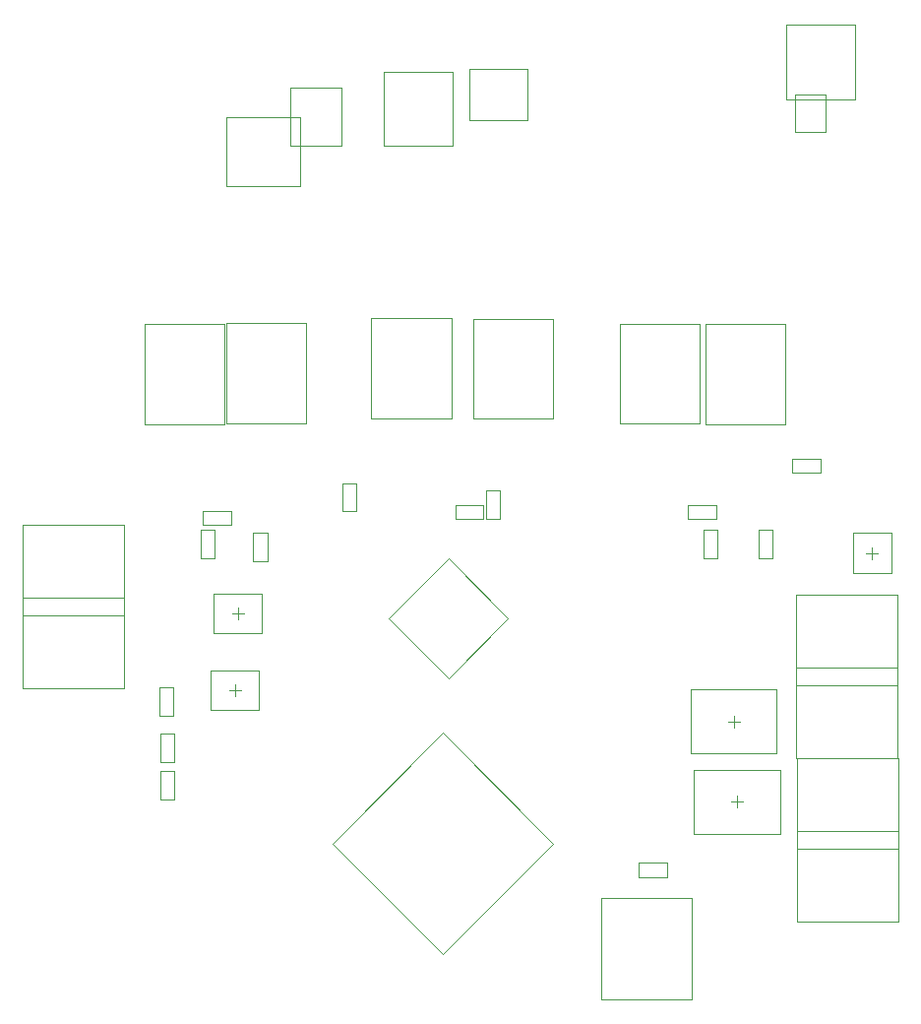
<source format=gbr>
%TF.GenerationSoftware,Altium Limited,Altium Designer,23.1.1 (15)*%
G04 Layer_Color=32768*
%FSLAX45Y45*%
%MOMM*%
%TF.SameCoordinates,3B15BE60-5205-462F-B1BE-89E8C5D5736D*%
%TF.FilePolarity,Positive*%
%TF.FileFunction,Other,Mechanical_15*%
%TF.Part,Single*%
G01*
G75*
%TA.AperFunction,NonConductor*%
%ADD96C,0.10000*%
%ADD173C,0.05000*%
D96*
X10150000Y10419900D02*
X10650000Y10419900D01*
X10150000Y10860100D02*
X10150000Y10419900D01*
X10150000Y10860100D02*
X10650000Y10860100D01*
X10650000Y10419900D02*
X10650000Y10860100D01*
X9415000Y10840000D02*
X10005000D01*
X9415000Y10200000D02*
Y10840000D01*
Y10200000D02*
X10005000D01*
Y10840000D01*
X8695000Y9857500D02*
Y10447500D01*
X8055000D02*
X8695000D01*
X8055000Y9857500D02*
Y10447500D01*
Y9857500D02*
X8695000D01*
X12972501Y4155000D02*
Y4935000D01*
X13844901Y4935000D01*
X13844901Y4155000D01*
X12972501D02*
X13844901D01*
X13614999Y6650000D02*
Y6750000D01*
X13564999Y6700000D02*
X13664999D01*
X8055000Y8674500D02*
X8745001D01*
X8055000Y7813500D02*
Y8674500D01*
Y7813500D02*
X8745001D01*
Y8674500D01*
X11443500Y7811500D02*
X12133500D01*
Y8672500D01*
X11443500D02*
X12133500D01*
X11443500Y7811500D02*
Y8672500D01*
X12180000Y8669500D02*
X12870000D01*
X12180000Y7808500D02*
Y8669500D01*
Y7808500D02*
X12870000D01*
Y8669500D01*
X10180000Y7855501D02*
X10870000D01*
Y8716500D01*
X10180000D02*
X10870000D01*
X10180000Y7855501D02*
Y8716500D01*
X7354972Y7805487D02*
X8044972D01*
Y8666487D01*
X7354972D02*
X8044972D01*
X7354972Y7805487D02*
Y8666487D01*
X9305000Y8719500D02*
X9995000D01*
X9305000Y7858500D02*
Y8719500D01*
Y7858500D02*
X9995000D01*
Y8719500D01*
X12880000Y10602500D02*
Y11242500D01*
X13470000D01*
Y10602500D02*
Y11242500D01*
X12880000Y10602500D02*
X13470000D01*
X8604900Y10705000D02*
X9045100Y10705000D01*
X8604900Y10205000D02*
Y10705000D01*
Y10205000D02*
X9045100Y10205000D01*
Y10705000D01*
X7177501Y5540000D02*
Y6320000D01*
X6305100Y5540000D02*
X7177501D01*
X6305100D02*
Y6320000D01*
X7177501D01*
X11285000Y3737501D02*
X12065000Y3737500D01*
X12065000Y2865100D02*
X12065000Y3737500D01*
X11285000Y2865100D02*
X12065000D01*
X11285000D02*
X11285000Y3737501D01*
X7177501Y6165000D02*
Y6945000D01*
X6305100Y6165000D02*
X7177501Y6165000D01*
X6305100Y6165000D02*
Y6945000D01*
X7177501Y6945000D01*
X12972499Y3530000D02*
Y4310000D01*
X13844901Y4310000D01*
Y3530000D02*
Y4310000D01*
X12972499Y3530000D02*
X13844901Y3530000D01*
X12425000Y5200000D02*
Y5300000D01*
X12375000Y5250000D02*
X12475000D01*
X12963800Y4935000D02*
X13836200Y4935000D01*
Y5715000D01*
X12963800D02*
X13836200D01*
X12963800Y4935000D02*
Y5715000D01*
Y5560000D02*
X13836200Y5560000D01*
Y6340000D01*
X12963800D02*
X13836200D01*
X12963800Y5560000D02*
Y6340000D01*
X8107500Y6180000D02*
X8207500D01*
X8157500Y6130000D02*
Y6230000D01*
X8082500Y5520000D02*
X8182500D01*
X8132500Y5470000D02*
Y5570000D01*
X12452500Y4513500D02*
Y4613500D01*
X12402500Y4563500D02*
X12502500D01*
D173*
X9969437Y6651023D02*
X10482090Y6138371D01*
X9456784D02*
X9969437Y6651023D01*
X9456784Y6138371D02*
X9969437Y5625718D01*
X10482090Y6138371D01*
X9922241Y3251194D02*
X10873300Y4202253D01*
X8971182D02*
X9922241Y3251194D01*
X8971182Y4202253D02*
X9922241Y5153312D01*
X10873300Y4202253D01*
X13450000Y6875000D02*
X13780000D01*
X13450000Y6525000D02*
X13780000D01*
Y6875000D01*
X13450000Y6525000D02*
Y6875000D01*
X13172501Y7390000D02*
Y7510000D01*
X12927499D02*
X13172501D01*
X12927499Y7390000D02*
Y7510000D01*
Y7390000D02*
X13172501D01*
X8290000Y6627500D02*
Y6872500D01*
X8410000D01*
Y6627500D02*
Y6872500D01*
X8290000Y6627500D02*
X8410000D01*
X7852500Y6940001D02*
Y7060000D01*
Y6940001D02*
X8097500D01*
Y7060000D01*
X7852500D02*
X8097500D01*
X7840000Y6652501D02*
X7960000D01*
Y6897500D01*
X7840000D02*
X7960000D01*
X7840000Y6652501D02*
Y6897500D01*
X9060000Y7057500D02*
X9180000D01*
Y7302500D01*
X9060000D02*
X9180000D01*
X9060000Y7057500D02*
Y7302500D01*
X10290001Y6997500D02*
X10410000D01*
Y7242500D01*
X10290001D02*
X10410000D01*
X10290001Y6997500D02*
Y7242500D01*
X10027500Y6990000D02*
Y7110000D01*
Y6990000D02*
X10272500D01*
Y7110000D01*
X10027500D02*
X10272500D01*
X12272500Y6990000D02*
Y7110000D01*
X12027500D02*
X12272500D01*
X12027500Y6990000D02*
Y7110000D01*
Y6990000D02*
X12272500D01*
X12640000Y6652500D02*
X12760000D01*
Y6897500D01*
X12640000D02*
X12760000D01*
X12640000Y6652500D02*
Y6897500D01*
X12165000Y6652500D02*
X12285000D01*
Y6897500D01*
X12165000D02*
X12285000D01*
X12165000Y6652500D02*
Y6897500D01*
X12952499Y10317500D02*
X13212500D01*
Y10642500D01*
X12952499D02*
X13212500D01*
X12952499Y10317500D02*
Y10642500D01*
X11602500Y3915000D02*
X11847500D01*
X11602500D02*
Y4035000D01*
X11847500D01*
Y3915000D02*
Y4035000D01*
X7610000Y4577500D02*
Y4822500D01*
X7490000Y4577500D02*
X7610000Y4577500D01*
X7490000Y4577500D02*
Y4822500D01*
X7610000Y4822500D01*
X7610000Y4902500D02*
Y5147500D01*
X7490000Y4902500D02*
X7610000D01*
X7490000D02*
X7490001Y5147500D01*
X7610000Y5147500D01*
X7480000Y5542500D02*
X7480000Y5297500D01*
X7480000Y5542500D02*
X7600000Y5542500D01*
X7600000Y5297500D01*
X7480000Y5297500D02*
X7600000Y5297500D01*
X12055000Y4975000D02*
X12795000D01*
X12055000Y5525000D02*
X12795000D01*
X12795000Y4975000D01*
X12055000Y5525000D02*
X12055000Y4975000D01*
X8365000Y6010000D02*
Y6350000D01*
X7950000Y6010000D02*
Y6350000D01*
Y6010000D02*
X8365000D01*
X7950000Y6350000D02*
X8365000D01*
X8340000Y5350000D02*
X8340000Y5690000D01*
X7925000Y5350000D02*
Y5690000D01*
Y5350000D02*
X8340000D01*
X7925000Y5690000D02*
X8340000D01*
X12082500Y4288500D02*
X12822501D01*
X12082500Y4838500D02*
X12822501D01*
Y4288500D02*
Y4838500D01*
X12082500Y4288500D02*
Y4838500D01*
%TF.MD5,48037ce17ea7f4c1a342686f0edde682*%
M02*

</source>
